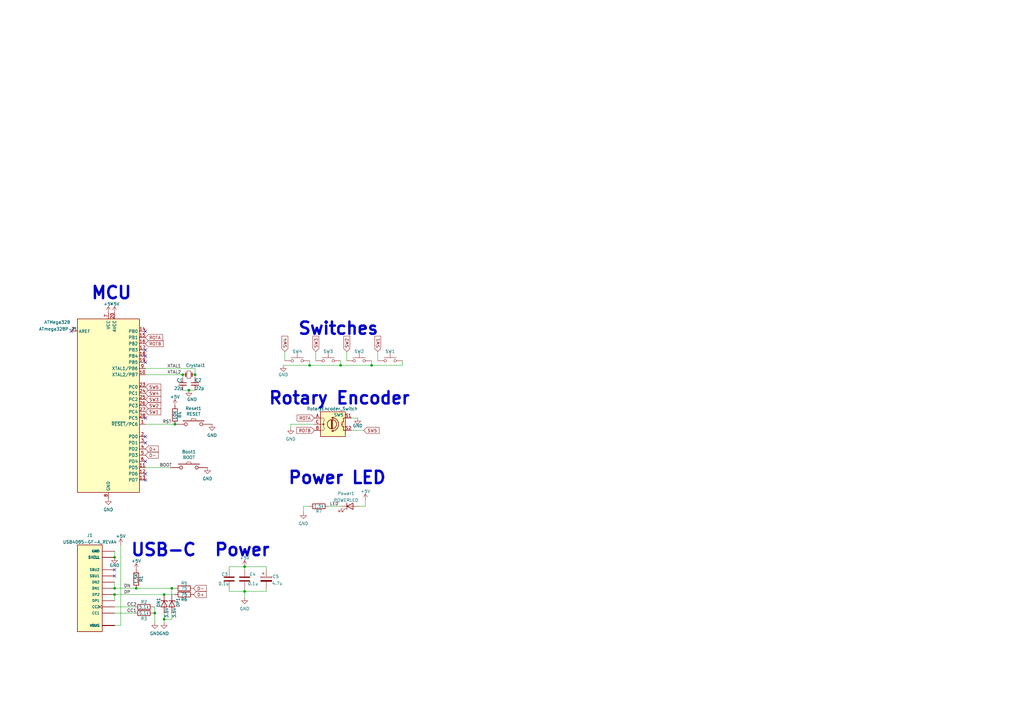
<source format=kicad_sch>
(kicad_sch (version 20211123) (generator eeschema)
  (paper "A3")
  (lib_symbols
    (symbol "Device:C" (pin_numbers hide) (pin_names (offset 0.254))
      (property "Reference" "C" (at 0.635 2.54 0))
      (property "Value" "C" (at 0.635 -2.54 0))
      (symbol "C_0_1"
        (polyline (pts (xy -2.032 -0.762) (xy 2.032 -0.762)) (stroke (width 0.508)))
        (polyline (pts (xy -2.032 0.762) (xy 2.032 0.762)) (stroke (width 0.508)))
      )
      (symbol "C_1_1"
        (pin passive line (at 0 3.81 270) (length 2.794) (name "~") (number "1"))
        (pin passive line (at 0 -3.81 90) (length 2.794) (name "~") (number "2"))
      )
    )
    (symbol "Device:C_Polarized" (pin_numbers hide) (pin_names (offset 0.254))
      (property "Reference" "C" (at 0.635 2.54 0))
      (property "Value" "C_Polarized" (at 0.635 -2.54 0))
      (symbol "C_Polarized_0_1"
        (rectangle (start -2.286 0.508) (end 2.286 1.016))
        (polyline (pts (xy -1.778 2.286) (xy -0.762 2.286)))
        (polyline (pts (xy -1.27 2.794) (xy -1.27 1.778)))
        (rectangle (start 2.286 -0.508) (end -2.286 -1.016) (fill (type outline)))
      )
      (symbol "C_Polarized_1_1"
        (pin passive line (at 0 3.81 270) (length 2.794) (name "~") (number "1"))
        (pin passive line (at 0 -3.81 90) (length 2.794) (name "~") (number "2"))
      )
    )
    (symbol "Device:C_Small" (pin_numbers hide) (pin_names (offset 0.254) hide)
      (property "Reference" "C" (at 0.254 1.778 0))
      (property "Value" "C_Small" (at 0.254 -2.032 0))
      (symbol "C_Small_0_1"
        (polyline (pts (xy -1.524 -0.508) (xy 1.524 -0.508)) (stroke (width 0.3302)))
        (polyline (pts (xy -1.524 0.508) (xy 1.524 0.508)) (stroke (width 0.3048)))
      )
      (symbol "C_Small_1_1"
        (pin passive line (at 0 2.54 270) (length 2.032) (name "~") (number "1"))
        (pin passive line (at 0 -2.54 90) (length 2.032) (name "~") (number "2"))
      )
    )
    (symbol "Device:Crystal_Small" (pin_numbers hide) (pin_names (offset 1.016) hide)
      (property "Reference" "Y" (at 0 2.54 0))
      (property "Value" "Crystal_Small" (at 0 -2.54 0))
      (symbol "Crystal_Small_0_1"
        (rectangle (start -0.762 -1.524) (end 0.762 1.524))
        (polyline (pts (xy -1.27 -0.762) (xy -1.27 0.762)) (stroke (width 0.381)))
        (polyline (pts (xy 1.27 -0.762) (xy 1.27 0.762)) (stroke (width 0.381)))
      )
      (symbol "Crystal_Small_1_1"
        (pin passive line (at -2.54 0 0) (length 1.27) (name "1") (number "1"))
        (pin passive line (at 2.54 0 180) (length 1.27) (name "2") (number "2"))
      )
    )
    (symbol "Device:D_Zener" (pin_numbers hide) (pin_names (offset 1.016) hide)
      (property "Reference" "D" (at 0 2.54 0))
      (property "Value" "D_Zener" (at 0 -2.54 0))
      (symbol "D_Zener_0_1"
        (polyline (pts (xy 1.27 0) (xy -1.27 0)))
        (polyline (pts (xy -1.27 -1.27) (xy -1.27 1.27) (xy -0.762 1.27)) (stroke (width 0.254)))
        (polyline (pts (xy 1.27 -1.27) (xy 1.27 1.27) (xy -1.27 0) (xy 1.27 -1.27)) (stroke (width 0.254)))
      )
      (symbol "D_Zener_1_1"
        (pin passive line (at -3.81 0 0) (length 2.54) (name "K") (number "1"))
        (pin passive line (at 3.81 0 180) (length 2.54) (name "A") (number "2"))
      )
    )
    (symbol "Device:LED" (pin_numbers hide) (pin_names (offset 1.016) hide)
      (property "Reference" "D" (at 0 2.54 0))
      (property "Value" "LED" (at 0 -2.54 0))
      (symbol "LED_0_1"
        (polyline (pts (xy -1.27 -1.27) (xy -1.27 1.27)) (stroke (width 0.254)))
        (polyline (pts (xy -1.27 0) (xy 1.27 0)))
        (polyline (pts (xy 1.27 -1.27) (xy 1.27 1.27) (xy -1.27 0) (xy 1.27 -1.27)) (stroke (width 0.254)))
        (polyline (pts (xy -3.048 -0.762) (xy -4.572 -2.286) (xy -3.81 -2.286) (xy -4.572 -2.286) (xy -4.572 -1.524)))
        (polyline (pts (xy -1.778 -0.762) (xy -3.302 -2.286) (xy -2.54 -2.286) (xy -3.302 -2.286) (xy -3.302 -1.524)))
      )
      (symbol "LED_1_1"
        (pin passive line (at -3.81 0 0) (length 2.54) (name "K") (number "1"))
        (pin passive line (at 3.81 0 180) (length 2.54) (name "A") (number "2"))
      )
    )
    (symbol "Device:R" (pin_numbers hide) (pin_names (offset 0))
      (property "Reference" "R" (at 2.032 0 90))
      (property "Value" "R" (at 0 0 90))
      (symbol "R_0_1"
        (rectangle (start -1.016 -2.54) (end 1.016 2.54) (stroke (width 0.254)))
      )
      (symbol "R_1_1"
        (pin passive line (at 0 3.81 270) (length 1.27) (name "~") (number "1"))
        (pin passive line (at 0 -3.81 90) (length 1.27) (name "~") (number "2"))
      )
    )
    (symbol "Device:RotaryEncoder_Switch" (pin_names (offset 0.254) hide)
      (property "Reference" "SW" (at 0 6.604 0))
      (property "Value" "RotaryEncoder_Switch" (at 0 -6.604 0))
      (symbol "RotaryEncoder_Switch_0_1"
        (rectangle (start -5.08 5.08) (end 5.08 -5.08) (stroke (width 0.254)) (fill (type background)))
        (circle (center -3.81 0) (radius 0.254) (fill (type outline)))
        (arc (start -0.381 -2.794) (mid 2.3622 -0.0635) (end -0.381 2.667) (stroke (width 0.254)))
        (circle (center -0.381 0) (radius 1.905) (stroke (width 0.254)))
        (polyline (pts (xy -0.635 -1.778) (xy -0.635 1.778)) (stroke (width 0.254)))
        (polyline (pts (xy -0.381 -1.778) (xy -0.381 1.778)) (stroke (width 0.254)))
        (polyline (pts (xy -0.127 1.778) (xy -0.127 -1.778)) (stroke (width 0.254)))
        (polyline (pts (xy 3.81 0) (xy 3.429 0)) (stroke (width 0.254)))
        (polyline (pts (xy 3.81 1.016) (xy 3.81 -1.016)) (stroke (width 0.254)))
        (polyline (pts (xy -5.08 -2.54) (xy -3.81 -2.54) (xy -3.81 -2.032)))
        (polyline (pts (xy -5.08 2.54) (xy -3.81 2.54) (xy -3.81 2.032)))
        (polyline (pts (xy 0.254 -3.048) (xy -0.508 -2.794) (xy 0.127 -2.413)) (stroke (width 0.254)))
        (polyline (pts (xy 0.254 2.921) (xy -0.508 2.667) (xy 0.127 2.286)) (stroke (width 0.254)))
        (polyline (pts (xy 5.08 -2.54) (xy 4.318 -2.54) (xy 4.318 -1.016)) (stroke (width 0.254)))
        (polyline (pts (xy 5.08 2.54) (xy 4.318 2.54) (xy 4.318 1.016)) (stroke (width 0.254)))
        (polyline (pts (xy -5.08 0) (xy -3.81 0) (xy -3.81 -1.016) (xy -3.302 -2.032)))
        (polyline (pts (xy -4.318 0) (xy -3.81 0) (xy -3.81 1.016) (xy -3.302 2.032)))
        (circle (center 4.318 -1.016) (radius 0.127) (stroke (width 0.254)))
        (circle (center 4.318 1.016) (radius 0.127) (stroke (width 0.254)))
      )
      (symbol "RotaryEncoder_Switch_1_1"
        (pin passive line (at -7.62 2.54 0) (length 2.54) (name "A") (number "A"))
        (pin passive line (at -7.62 -2.54 0) (length 2.54) (name "B") (number "B"))
        (pin passive line (at -7.62 0 0) (length 2.54) (name "C") (number "C"))
        (pin passive line (at 7.62 2.54 180) (length 2.54) (name "S1") (number "S1"))
        (pin passive line (at 7.62 -2.54 180) (length 2.54) (name "S2") (number "S2"))
      )
    )
    (symbol "MCU_Microchip_ATmega:ATmega328P-P"
      (property "Reference" "U" (at -12.7 36.83 0))
      (property "Value" "ATmega328P-P" (at 2.54 -36.83 0))
      (symbol "ATmega328P-P_0_1"
        (rectangle (start -12.7 -35.56) (end 12.7 35.56) (stroke (width 0.254)) (fill (type background)))
      )
      (symbol "ATmega328P-P_1_1"
        (pin bidirectional line (at 15.24 -7.62 180) (length 2.54) (name "~{RESET}/PC6") (number "1"))
        (pin bidirectional line (at 15.24 12.7 180) (length 2.54) (name "XTAL2/PB7") (number "10"))
        (pin bidirectional line (at 15.24 -25.4 180) (length 2.54) (name "PD5") (number "11"))
        (pin bidirectional line (at 15.24 -27.94 180) (length 2.54) (name "PD6") (number "12"))
        (pin bidirectional line (at 15.24 -30.48 180) (length 2.54) (name "PD7") (number "13"))
        (pin bidirectional line (at 15.24 30.48 180) (length 2.54) (name "PB0") (number "14"))
        (pin bidirectional line (at 15.24 27.94 180) (length 2.54) (name "PB1") (number "15"))
        (pin bidirectional line (at 15.24 25.4 180) (length 2.54) (name "PB2") (number "16"))
        (pin bidirectional line (at 15.24 22.86 180) (length 2.54) (name "PB3") (number "17"))
        (pin bidirectional line (at 15.24 20.32 180) (length 2.54) (name "PB4") (number "18"))
        (pin bidirectional line (at 15.24 17.78 180) (length 2.54) (name "PB5") (number "19"))
        (pin bidirectional line (at 15.24 -12.7 180) (length 2.54) (name "PD0") (number "2"))
        (pin power_in line (at 2.54 38.1 270) (length 2.54) (name "AVCC") (number "20"))
        (pin passive line (at -15.24 30.48 0) (length 2.54) (name "AREF") (number "21"))
        (pin passive line (at 0 -38.1 90) (length 2.54) hide (name "GND") (number "22"))
        (pin bidirectional line (at 15.24 7.62 180) (length 2.54) (name "PC0") (number "23"))
        (pin bidirectional line (at 15.24 5.08 180) (length 2.54) (name "PC1") (number "24"))
        (pin bidirectional line (at 15.24 2.54 180) (length 2.54) (name "PC2") (number "25"))
        (pin bidirectional line (at 15.24 0 180) (length 2.54) (name "PC3") (number "26"))
        (pin bidirectional line (at 15.24 -2.54 180) (length 2.54) (name "PC4") (number "27"))
        (pin bidirectional line (at 15.24 -5.08 180) (length 2.54) (name "PC5") (number "28"))
        (pin bidirectional line (at 15.24 -15.24 180) (length 2.54) (name "PD1") (number "3"))
        (pin bidirectional line (at 15.24 -17.78 180) (length 2.54) (name "PD2") (number "4"))
        (pin bidirectional line (at 15.24 -20.32 180) (length 2.54) (name "PD3") (number "5"))
        (pin bidirectional line (at 15.24 -22.86 180) (length 2.54) (name "PD4") (number "6"))
        (pin power_in line (at 0 38.1 270) (length 2.54) (name "VCC") (number "7"))
        (pin power_in line (at 0 -38.1 90) (length 2.54) (name "GND") (number "8"))
        (pin bidirectional line (at 15.24 15.24 180) (length 2.54) (name "XTAL1/PB6") (number "9"))
      )
    )
    (symbol "Switch:SW_Push" (pin_numbers hide) (pin_names (offset 1.016) hide)
      (property "Reference" "SW" (at 1.27 2.54 0))
      (property "Value" "SW_Push" (at 0 -1.524 0))
      (symbol "SW_Push_0_1"
        (circle (center -2.032 0) (radius 0.508))
        (polyline (pts (xy 0 1.27) (xy 0 3.048)))
        (polyline (pts (xy 2.54 1.27) (xy -2.54 1.27)))
        (circle (center 2.032 0) (radius 0.508))
        (pin passive line (at -5.08 0 0) (length 2.54) (name "1") (number "1"))
        (pin passive line (at 5.08 0 180) (length 2.54) (name "2") (number "2"))
      )
    )
    (symbol "USB4085-GF-A_REVA4:USB4085-GF-A_REVA4" (pin_numbers hide) (pin_names (offset 1.016))
      (property "Reference" "J" (at -5.1054 18.3134 0))
      (property "Value" "USB4085-GF-A_REVA4" (at -5.1054 -20.3708 0))
      (symbol "USB4085-GF-A_REVA4_0_0"
        (rectangle (start -5.08 -17.78) (end 5.08 17.78) (stroke (width 0.254)) (fill (type background)))
        (pin passive line (at -10.16 -15.24 0) (length 5.08) (name "GND") (number "A1"))
        (pin passive line (at -10.16 -15.24 0) (length 5.08) (name "GND") (number "A12"))
        (pin power_in line (at -10.16 15.24 0) (length 5.08) (name "VBUS") (number "A4"))
        (pin bidirectional line (at -10.16 10.16 0) (length 5.08) (name "CC1") (number "A5"))
        (pin bidirectional line (at -10.16 5.08 0) (length 5.08) (name "DP1") (number "A6"))
        (pin bidirectional line (at -10.16 0 0) (length 5.08) (name "DN1") (number "A7"))
        (pin bidirectional line (at -10.16 -5.08 0) (length 5.08) (name "SBU1") (number "A8"))
        (pin power_in line (at -10.16 15.24 0) (length 5.08) (name "VBUS") (number "A9"))
        (pin passive line (at -10.16 -15.24 0) (length 5.08) (name "GND") (number "B1"))
        (pin passive line (at -10.16 -15.24 0) (length 5.08) (name "GND") (number "B12"))
        (pin power_in line (at -10.16 15.24 0) (length 5.08) (name "VBUS") (number "B4"))
        (pin bidirectional clock (at -10.16 7.62 0) (length 5.08) (name "CC2") (number "B5"))
        (pin bidirectional line (at -10.16 2.54 0) (length 5.08) (name "DP2") (number "B6"))
        (pin bidirectional line (at -10.16 -2.54 0) (length 5.08) (name "DN2") (number "B7"))
        (pin bidirectional line (at -10.16 -7.62 0) (length 5.08) (name "SBU2") (number "B8"))
        (pin power_in line (at -10.16 15.24 0) (length 5.08) (name "VBUS") (number "B9"))
        (pin passive line (at -10.16 -12.7 0) (length 5.08) (name "SHELL") (number "P1"))
        (pin passive line (at -10.16 -12.7 0) (length 5.08) (name "SHELL") (number "P2"))
        (pin passive line (at -10.16 -12.7 0) (length 5.08) (name "SHELL") (number "P3"))
        (pin passive line (at -10.16 -12.7 0) (length 5.08) (name "SHELL") (number "P4"))
      )
    )
    (symbol "keyboard_parts:SW_PUSH" (pin_numbers hide) (pin_names (offset 1.016) hide)
      (property "Reference" "SW" (at 3.81 2.794 0))
      (property "Value" "keyboard_parts_SW_PUSH" (at 0 -2.032 0))
      (symbol "SW_PUSH_0_1"
        (rectangle (start -4.318 1.27) (end 4.318 1.524))
        (polyline (pts (xy -1.016 1.524) (xy -0.762 2.286) (xy 0.762 2.286) (xy 1.016 1.524)))
        (pin passive inverted (at 7.62 0 180) (length 5.08) (name "1") (number "1"))
        (pin passive inverted (at -7.62 0 0) (length 5.08) (name "2") (number "2"))
      )
    )
    (symbol "power:+5V" (power) (pin_names (offset 0))
      (property "Value" "+5V" (at 0 3.556 0))
      (symbol "+5V_0_1"
        (polyline (pts (xy -0.762 1.27) (xy 0 2.54)))
        (polyline (pts (xy 0 0) (xy 0 2.54)))
        (polyline (pts (xy 0 2.54) (xy 0.762 1.27)))
      )
      (symbol "+5V_1_1"
        (pin power_in line (at 0 0 90) (length 0) hide (name "+5V") (number "1"))
      )
    )
    (symbol "power:GND" (power) (pin_names (offset 0))
      (property "Value" "GND" (at 0 -3.81 0))
      (symbol "GND_0_1"
        (polyline (pts (xy 0 0) (xy 0 -1.27) (xy 1.27 -1.27) (xy 0 -2.54) (xy -1.27 -1.27) (xy 0 -1.27)))
      )
      (symbol "GND_1_1"
        (pin power_in line (at 0 0 270) (length 0) hide (name "GND") (number "1"))
      )
    )
  )
  (junction (at 71.755 173.99))
  (junction (at 63.5 251.46))
  (junction (at 67.31 243.84))
  (junction (at 77.47 160.02))
  (junction (at 55.88 241.3))
  (junction (at 100.33 232.41))
  (junction (at 46.99 243.84))
  (junction (at 152.4 149.86))
  (junction (at 127 149.86))
  (junction (at 100.33 242.57))
  (junction (at 139.7 149.86))
  (junction (at 46.99 228.6))
  (junction (at 70.485 241.3))
  (junction (at 80.01 153.67))
  (junction (at 46.99 241.3))
  (junction (at 67.31 254))
  (junction (at 74.93 153.67))
  (no_connect (at 59.69 135.89))
  (no_connect (at 59.69 179.07))
  (no_connect (at 59.69 181.61))
  (no_connect (at 59.69 189.23))
  (no_connect (at 59.69 194.31))
  (no_connect (at 59.69 196.85))
  (no_connect (at 46.99 236.22))
  (no_connect (at 46.99 233.68))
  (no_connect (at 59.69 146.05))
  (no_connect (at 59.69 148.59))
  (no_connect (at 59.69 143.51))
  (no_connect (at 59.69 171.45))
  (no_connect (at 29.21 135.89))
  (wire (pts (xy 139.7 147.955) (xy 139.7 149.86)))
  (wire (pts (xy 46.99 256.54) (xy 49.53 256.54)))
  (wire (pts (xy 46.99 243.84) (xy 67.31 243.84)))
  (wire (pts (xy 149.86 207.645) (xy 149.86 205.105)))
  (wire (pts (xy 70.485 241.3) (xy 71.755 241.3)))
  (wire (pts (xy 93.98 242.57) (xy 100.33 242.57)))
  (wire (pts (xy 152.4 147.955) (xy 152.4 149.86)))
  (wire (pts (xy 129.54 144.145) (xy 129.54 147.955)))
  (wire (pts (xy 109.22 233.68) (xy 109.22 232.41)))
  (wire (pts (xy 80.01 153.67) (xy 80.01 154.94)))
  (wire (pts (xy 74.93 153.67) (xy 74.93 154.94)))
  (wire (pts (xy 63.5 248.92) (xy 62.865 248.92)))
  (wire (pts (xy 80.01 151.13) (xy 59.69 151.13)))
  (wire (pts (xy 147.32 207.645) (xy 149.86 207.645)))
  (wire (pts (xy 67.31 254) (xy 67.31 255.27)))
  (wire (pts (xy 46.99 248.92) (xy 55.245 248.92)))
  (wire (pts (xy 152.4 149.86) (xy 165.1 149.86)))
  (wire (pts (xy 127 147.955) (xy 127 149.86)))
  (wire (pts (xy 49.53 223.52) (xy 49.53 256.54)))
  (wire (pts (xy 80.01 151.13) (xy 80.01 153.67)))
  (wire (pts (xy 139.7 149.86) (xy 152.4 149.86)))
  (wire (pts (xy 67.31 251.46) (xy 67.31 254)))
  (wire (pts (xy 124.46 207.645) (xy 127 207.645)))
  (wire (pts (xy 93.98 242.57) (xy 93.98 241.3)))
  (wire (pts (xy 55.88 241.3) (xy 70.485 241.3)))
  (wire (pts (xy 144.145 171.45) (xy 146.685 171.45)))
  (wire (pts (xy 100.33 241.3) (xy 100.33 242.57)))
  (wire (pts (xy 116.205 149.86) (xy 127 149.86)))
  (wire (pts (xy 59.69 173.99) (xy 71.755 173.99)))
  (wire (pts (xy 109.22 241.3) (xy 109.22 242.57)))
  (wire (pts (xy 59.69 153.67) (xy 74.93 153.67)))
  (wire (pts (xy 70.485 241.3) (xy 70.485 243.84)))
  (wire (pts (xy 100.33 232.41) (xy 109.22 232.41)))
  (wire (pts (xy 46.99 243.84) (xy 46.99 246.38)))
  (wire (pts (xy 46.99 238.76) (xy 46.99 241.3)))
  (wire (pts (xy 77.47 160.02) (xy 80.01 160.02)))
  (wire (pts (xy 93.98 232.41) (xy 93.98 233.68)))
  (wire (pts (xy 74.93 160.02) (xy 77.47 160.02)))
  (wire (pts (xy 67.31 254) (xy 70.485 254)))
  (wire (pts (xy 116.84 144.145) (xy 116.84 147.955)))
  (wire (pts (xy 154.94 144.145) (xy 154.94 147.955)))
  (wire (pts (xy 119.253 173.99) (xy 119.253 175.514)))
  (wire (pts (xy 93.98 232.41) (xy 100.33 232.41)))
  (wire (pts (xy 46.99 241.3) (xy 55.88 241.3)))
  (wire (pts (xy 100.33 242.57) (xy 100.33 245.11)))
  (wire (pts (xy 70.485 254) (xy 70.485 251.46)))
  (wire (pts (xy 46.99 251.46) (xy 55.245 251.46)))
  (wire (pts (xy 149.225 176.53) (xy 144.145 176.53)))
  (wire (pts (xy 63.5 255.27) (xy 63.5 251.46)))
  (wire (pts (xy 142.24 144.145) (xy 142.24 147.955)))
  (wire (pts (xy 59.69 191.77) (xy 69.85 191.77)))
  (wire (pts (xy 134.62 207.645) (xy 139.7 207.645)))
  (wire (pts (xy 119.253 173.99) (xy 128.905 173.99)))
  (wire (pts (xy 63.5 248.92) (xy 63.5 251.46)))
  (wire (pts (xy 109.22 242.57) (xy 100.33 242.57)))
  (wire (pts (xy 165.1 147.955) (xy 165.1 149.86)))
  (wire (pts (xy 67.31 243.84) (xy 71.755 243.84)))
  (wire (pts (xy 62.865 251.46) (xy 63.5 251.46)))
  (wire (pts (xy 46.99 226.06) (xy 46.99 228.6)))
  (wire (pts (xy 124.46 207.645) (xy 124.46 210.185)))
  (wire (pts (xy 127 149.86) (xy 139.7 149.86)))
  (wire (pts (xy 100.33 232.41) (xy 100.33 233.68)))
  (text "USB-C" (at 53.34 228.6 0) (effects (font (size 5 5) (thickness 1) bold) (justify left bottom)))
  (text "Switches" (at 121.92 137.795 0) (effects (font (size 5 5) bold) (justify left bottom)))
  (text "Rotary Encoder\n" (at 109.855 166.37 0) (effects (font (size 5 5) bold) (justify left bottom)))
  (text "Power LED" (at 117.856 199.009 0) (effects (font (size 5 5) bold) (justify left bottom)))
  (text "MCU" (at 37.084 123.19 0) (effects (font (size 5 5) bold) (justify left bottom)))
  (text "Power\n" (at 87.63 228.6 0) (effects (font (size 5 5) (thickness 1) bold) (justify left bottom)))
  (label "DN" (at 50.8 241.3 0))
  (label "XTAL1" (at 68.58 151.13 0))
  (label "CC2" (at 52.07 248.92 0))
  (label "XTAL2" (at 68.58 153.67 0))
  (label "LED" (at 135.255 207.645 0))
  (label "RST" (at 66.675 173.99 0))
  (label "CC1" (at 52.07 251.46 0))
  (label "DP" (at 50.8 243.84 0))
  (label "BOOT" (at 65.405 191.77 0))
  (global_label "SW5" (shape input) (at 59.69 158.75 0) (property "Intersheet References" "${INTERSHEET_REFS}" (effects hide)))
  (global_label "SW4" (shape input) (at 59.69 161.29 0) (property "Intersheet References" "${INTERSHEET_REFS}" (effects hide)))
  (global_label "SW5" (shape input) (at 149.225 176.53 0) (property "Intersheet References" "${INTERSHEET_REFS}" (effects hide)))
  (global_label "ROTA" (shape input) (at 59.69 138.43 0) (property "Intersheet References" "${INTERSHEET_REFS}" (effects hide)))
  (global_label "ROTA" (shape input) (at 128.905 171.45 180) (property "Intersheet References" "${INTERSHEET_REFS}" (effects hide)))
  (global_label "SW2" (shape input) (at 59.69 166.37 0) (property "Intersheet References" "${INTERSHEET_REFS}" (effects hide)))
  (global_label "D-" (shape input) (at 79.375 241.3 0) (property "Intersheet References" "${INTERSHEET_REFS}" (effects hide)))
  (global_label "SW3" (shape input) (at 59.69 163.83 0) (property "Intersheet References" "${INTERSHEET_REFS}" (effects hide)))
  (global_label "SW4" (shape input) (at 116.84 144.145 90) (property "Intersheet References" "${INTERSHEET_REFS}" (effects hide)))
  (global_label "SW3" (shape input) (at 129.54 144.145 90) (property "Intersheet References" "${INTERSHEET_REFS}" (effects hide)))
  (global_label "SW2" (shape input) (at 142.24 144.145 90) (property "Intersheet References" "${INTERSHEET_REFS}" (effects hide)))
  (global_label "SW1" (shape input) (at 59.69 168.91 0) (property "Intersheet References" "${INTERSHEET_REFS}" (effects hide)))
  (global_label "ROTB" (shape input) (at 128.905 176.53 180) (property "Intersheet References" "${INTERSHEET_REFS}" (effects hide)))
  (global_label "ROTB" (shape input) (at 59.69 140.97 0) (property "Intersheet References" "${INTERSHEET_REFS}" (effects hide)))
  (global_label "D+" (shape input) (at 79.375 243.84 0) (property "Intersheet References" "${INTERSHEET_REFS}" (effects hide)))
  (global_label "SW1" (shape input) (at 154.94 144.145 90) (property "Intersheet References" "${INTERSHEET_REFS}" (effects hide)))
  (global_label "D+" (shape input) (at 59.69 184.15 0) (property "Intersheet References" "${INTERSHEET_REFS}" (effects hide)))
  (global_label "D-" (shape input) (at 59.69 186.69 0) (property "Intersheet References" "${INTERSHEET_REFS}" (effects hide)))
  (symbol (lib_id "Device:D_Zener") (at 67.31 247.65 270) (unit 1)
    (property "Reference" "DN1" (at 65.024 245.11 0) (effects (justify left)))
    (property "Value" "3.6V" (at 68.326 249.174 0) (effects (justify left)))
    (property "Footprint" "Keyboard_Stuff:D_DO-35_SOD27_P5.08mm_Horizontal" (effects hide))
  )
  (symbol (lib_id "power:+5V") (at 149.86 205.105 0) (unit 1)
    (property "Reference" "#PWR021" (effects hide))
    (property "Value" "+5V" (at 149.86 201.5005 0))
  )
  (symbol (lib_id "Switch:SW_Push") (at 147.32 147.955 0) (unit 1)
    (property "Reference" "SW2" (at 147.32 144.145 0))
    (property "Value" "SW_Push" (effects hide))
    (property "Footprint" "Keyboard Stuff:Player! 1u PCB" (effects hide))
  )
  (symbol (lib_id "Device:R") (at 59.055 248.92 90) (unit 1)
    (property "Reference" "R2" (at 59.055 246.888 90))
    (property "Value" "5.1k" (at 59.055 248.92 90))
    (property "Footprint" "Keyboard_Stuff:R_Axial_DIN0204_L3.6mm_D1.6mm_P5.08mm_Horizontal" (effects hide))
  )
  (symbol (lib_id "MCU_Microchip_ATmega:ATmega328P-P") (at 44.45 166.37 0) (unit 1)
    (property "Reference" "ATMega328" (at 23.4701 132.1648 0))
    (property "Value" "ATmega328P-P" (at 23.4701 134.9399 0))
    (property "Footprint" "Keyboard Stuff:ATmega328p DIP-28" (effects hide))
    (property "Datasheet" "http://ww1.microchip.com/downloads/en/DeviceDoc/ATmega328_P%20AVR%20MCU%20with%20picoPower%20Technology%20Data%20Sheet%2040001984A.pdf" (effects hide))
  )
  (symbol (lib_id "power:GND") (at 119.253 175.514 0) (unit 1)
    (property "Reference" "#PWR016" (effects hide))
    (property "Value" "GND" (at 119.253 180.0765 0))
  )
  (symbol (lib_id "Device:C") (at 93.98 237.49 0) (unit 1)
    (property "Reference" "C3" (at 90.805 235.585 0) (effects (justify left)))
    (property "Value" "0.1u" (at 89.535 239.395 0) (effects (justify left)))
    (property "Footprint" "Keyboard_Stuff:C_Disc_D4.3mm_W1.9mm_P5.00mm" (effects hide))
  )
  (symbol (lib_id "Device:Crystal_Small") (at 77.47 153.67 0) (unit 1)
    (property "Reference" "Crystal1" (at 76.2 149.86 0) (effects (justify left)))
    (property "Value" "Crystal" (effects hide))
    (property "Footprint" "Keyboard Stuff:Crystal_HC49-4H_Vertical" (effects hide))
  )
  (symbol (lib_id "USB4085-GF-A_REVA4:USB4085-GF-A_REVA4") (at 36.83 241.3 180) (unit 1)
    (property "Reference" "J1" (at 36.83 219.5535 0))
    (property "Value" "USB4085-GF-A_REVA4" (at 36.83 222.3286 0))
    (property "Footprint" "Keyboard Stuff:GCT_USB4085-GF-A_REVA4" (effects hide))
    (property "MANUFACTURER" "Global Connector Technology" (effects hide))
    (property "PARTREV" "A4" (effects hide))
    (property "STANDARD" "Manufacturer Recommendations" (effects hide))
    (property "MAXIMUM_PACKAGE_HEIGHT" "3.46mm" (effects hide))
  )
  (symbol (lib_id "power:GND") (at 146.685 171.45 0) (unit 1)
    (property "Reference" "#PWR020" (effects hide))
    (property "Value" "GND" (at 146.685 174.625 0))
  )
  (symbol (lib_id "power:+5V") (at 100.33 232.41 0) (unit 1)
    (property "Reference" "#PWR013" (effects hide))
    (property "Value" "+5V" (at 100.33 228.8055 0))
  )
  (symbol (lib_id "keyboard_parts:SW_PUSH") (at 77.47 191.77 0) (mirror y) (unit 1)
    (property "Reference" "Boot1" (at 77.47 185.293 0))
    (property "Value" "BOOT" (at 77.47 187.6044 0))
    (property "Footprint" "Keyboard_Stuff:SW_PUSH_6mm" (effects hide))
  )
  (symbol (lib_id "power:GND") (at 44.45 204.47 0) (unit 1)
    (property "Reference" "#PWR02" (effects hide))
    (property "Value" "GND" (at 44.45 209.0325 0))
  )
  (symbol (lib_id "Device:R") (at 71.755 170.18 0) (unit 1)
    (property "Reference" "R4" (at 73.787 171.45 90) (effects (justify left)))
    (property "Value" "10K" (at 71.755 172.212 90) (effects (justify left)))
    (property "Footprint" "Keyboard_Stuff:R_Axial_DIN0204_L3.6mm_D1.6mm_P5.08mm_Horizontal" (effects hide))
  )
  (symbol (lib_id "Device:LED") (at 143.51 207.645 0) (unit 1)
    (property "Reference" "Power1" (at 141.9225 202.4085 0))
    (property "Value" "POWERLED" (at 141.9225 205.1836 0))
    (property "Footprint" "Keyboard_Stuff:LED_D3.0mm" (effects hide))
  )
  (symbol (lib_id "Device:R") (at 59.055 251.46 90) (unit 1)
    (property "Reference" "R3" (at 59.055 253.746 90))
    (property "Value" "5.1k" (at 59.055 251.46 90))
    (property "Footprint" "Keyboard_Stuff:R_Axial_DIN0204_L3.6mm_D1.6mm_P5.08mm_Horizontal" (effects hide))
  )
  (symbol (lib_id "Device:R") (at 75.565 241.3 90) (unit 1)
    (property "Reference" "R5" (at 75.565 239.268 90))
    (property "Value" "75" (at 75.565 241.3 90))
    (property "Footprint" "Resistor_THT:R_Axial_DIN0204_L3.6mm_D1.6mm_P5.08mm_Horizontal" (effects hide))
  )
  (symbol (lib_id "Device:C") (at 100.33 237.49 0) (unit 1)
    (property "Reference" "C4" (at 102.235 235.585 0) (effects (justify left)))
    (property "Value" "0.1u" (at 101.6 239.395 0) (effects (justify left)))
    (property "Footprint" "Keyboard_Stuff:C_Disc_D4.3mm_W1.9mm_P5.00mm" (effects hide))
  )
  (symbol (lib_id "power:GND") (at 85.09 191.77 0) (unit 1)
    (property "Reference" "#PWR011" (effects hide))
    (property "Value" "GND" (at 85.09 196.3325 0))
  )
  (symbol (lib_id "keyboard_parts:SW_PUSH") (at 79.375 173.99 0) (mirror y) (unit 1)
    (property "Reference" "Reset1" (at 79.375 167.513 0))
    (property "Value" "RESET" (at 79.375 169.8244 0))
    (property "Footprint" "Keyboard_Stuff:SW_PUSH_6mm" (effects hide))
  )
  (symbol (lib_id "power:GND") (at 63.5 255.27 0) (unit 1)
    (property "Reference" "#PWR07" (effects hide))
    (property "Value" "GND" (at 63.5 259.8325 0))
  )
  (symbol (lib_id "power:GND") (at 77.47 160.02 0) (unit 1)
    (property "Reference" "#PWR010" (effects hide))
    (property "Value" "GND" (at 78.74 163.83 0))
  )
  (symbol (lib_id "Device:RotaryEncoder_Switch") (at 136.525 173.99 0) (unit 1)
    (property "Reference" "SW5" (at 140.97 170.18 0) (effects (justify right)))
    (property "Value" "RotaryEncoder_Switch" (at 146.685 167.64 0) (effects (justify right)))
    (property "Footprint" "Keyboard_Stuff:RotaryEncoder_Alps_EC12E-Switch_Vertical_H20mm" (effects hide))
  )
  (symbol (lib_id "Device:C_Small") (at 74.93 157.48 0) (unit 1)
    (property "Reference" "C1" (at 72.39 155.956 0) (effects (justify left)))
    (property "Value" "22p" (at 71.374 159.258 0) (effects (justify left)))
    (property "Footprint" "Keyboard_Stuff:C_Disc_D3.0mm_W1.6mm_P2.50mm" (effects hide))
  )
  (symbol (lib_id "Switch:SW_Push") (at 121.92 147.955 0) (unit 1)
    (property "Reference" "SW4" (at 121.92 144.145 0))
    (property "Value" "SW_Push" (effects hide))
    (property "Footprint" "Keyboard Stuff:Player! 1u PCB" (effects hide))
  )
  (symbol (lib_id "Device:C_Small") (at 80.01 157.48 0) (unit 1)
    (property "Reference" "C2" (at 80.01 155.956 0) (effects (justify left)))
    (property "Value" "22p" (at 80.01 159.258 0) (effects (justify left)))
    (property "Footprint" "Keyboard_Stuff:C_Disc_D3.0mm_W1.6mm_P2.50mm" (effects hide))
  )
  (symbol (lib_id "power:+5V") (at 46.99 128.27 0) (unit 1)
    (property "Reference" "#PWR03" (effects hide))
    (property "Value" "+5V" (at 46.99 124.6655 0))
  )
  (symbol (lib_id "Device:R") (at 130.81 207.645 270) (unit 1)
    (property "Reference" "R7" (at 130.81 209.677 90))
    (property "Value" "1.5k" (at 130.81 207.645 90))
    (property "Footprint" "Keyboard_Stuff:R_Axial_DIN0204_L3.6mm_D1.6mm_P5.08mm_Horizontal" (effects hide))
  )
  (symbol (lib_id "Switch:SW_Push") (at 134.62 147.955 0) (unit 1)
    (property "Reference" "SW3" (at 134.62 144.145 0))
    (property "Value" "SW_Push" (effects hide))
    (property "Footprint" "Keyboard Stuff:Player! 1u PCB" (effects hide))
  )
  (symbol (lib_id "power:+5V") (at 49.53 223.52 0) (unit 1)
    (property "Reference" "#PWR05" (effects hide))
    (property "Value" "+5V" (at 49.53 219.9155 0))
  )
  (symbol (lib_id "Device:R") (at 75.565 243.84 90) (unit 1)
    (property "Reference" "R6" (at 75.565 245.872 90))
    (property "Value" "75" (at 75.565 243.84 90))
    (property "Footprint" "Keyboard_Stuff:R_Axial_DIN0204_L3.6mm_D1.6mm_P5.08mm_Horizontal" (effects hide))
  )
  (symbol (lib_id "power:GND") (at 124.46 210.185 0) (unit 1)
    (property "Reference" "#PWR017" (effects hide))
    (property "Value" "GND" (at 124.46 214.7475 0))
  )
  (symbol (lib_id "power:GND") (at 86.995 173.99 0) (unit 1)
    (property "Reference" "#PWR012" (effects hide))
    (property "Value" "GND" (at 86.995 178.5525 0))
  )
  (symbol (lib_id "power:GND") (at 100.33 245.11 0) (unit 1)
    (property "Reference" "#PWR014" (effects hide))
    (property "Value" "GND" (at 100.33 249.6725 0))
  )
  (symbol (lib_id "Device:C_Polarized") (at 109.22 237.49 0) (unit 1)
    (property "Reference" "C5" (at 111.76 236.474 0) (effects (justify left)))
    (property "Value" "4.7u" (at 111.506 239.268 0) (effects (justify left)))
    (property "Footprint" "Keyboard_Stuff:CP_Radial_D4.0mm_P1.50mm" (effects hide))
  )
  (symbol (lib_id "power:GND") (at 116.205 149.86 0) (unit 1)
    (property "Reference" "#PWR015" (effects hide))
    (property "Value" "GND" (at 116.205 153.67 0))
  )
  (symbol (lib_id "Switch:SW_Push") (at 160.02 147.955 0) (unit 1)
    (property "Reference" "SW1" (at 160.02 144.145 0))
    (property "Value" "SW_Push" (effects hide))
    (property "Footprint" "Keyboard Stuff:Player! 1u PCB" (effects hide))
  )
  (symbol (lib_id "power:GND") (at 67.31 255.27 0) (unit 1)
    (property "Reference" "#PWR08" (effects hide))
    (property "Value" "GND" (at 67.31 259.8325 0))
  )
  (symbol (lib_id "power:+5V") (at 55.88 233.68 0) (unit 1)
    (property "Reference" "#PWR06" (effects hide))
    (property "Value" "+5V" (at 55.88 230.0755 0))
  )
  (symbol (lib_id "power:+5V") (at 44.45 128.27 0) (unit 1)
    (property "Reference" "#PWR01" (effects hide))
    (property "Value" "+5V" (at 44.45 124.6655 0))
  )
  (symbol (lib_id "power:GND") (at 46.99 228.6 0) (unit 1)
    (property "Reference" "#PWR04" (effects hide))
    (property "Value" "GND" (at 46.99 231.902 0))
  )
  (symbol (lib_id "power:+5V") (at 71.755 166.37 0) (unit 1)
    (property "Reference" "#PWR09" (effects hide))
    (property "Value" "+5V" (at 71.755 162.7655 0))
  )
  (symbol (lib_id "Device:R") (at 55.88 237.49 0) (unit 1)
    (property "Reference" "R1" (at 57.912 238.76 90) (effects (justify left)))
    (property "Value" "1.5K" (at 55.88 239.522 90) (effects (justify left)))
    (property "Footprint" "Keyboard Stuff:R_Axial_DIN0204_L3.6mm_D1.6mm_P5.08mm_Horizontal" (effects hide))
  )
  (symbol (lib_id "Device:D_Zener") (at 70.485 247.65 270) (unit 1)
    (property "Reference" "DP1" (at 73.025 245.11 0) (effects (justify left)))
    (property "Value" "3.6V" (at 71.501 249.174 0) (effects (justify left)))
    (property "Footprint" "Keyboard Stuff:D_DO-35_SOD27_P5.08mm_Horizontal" (effects hide))
  )
)
</source>
